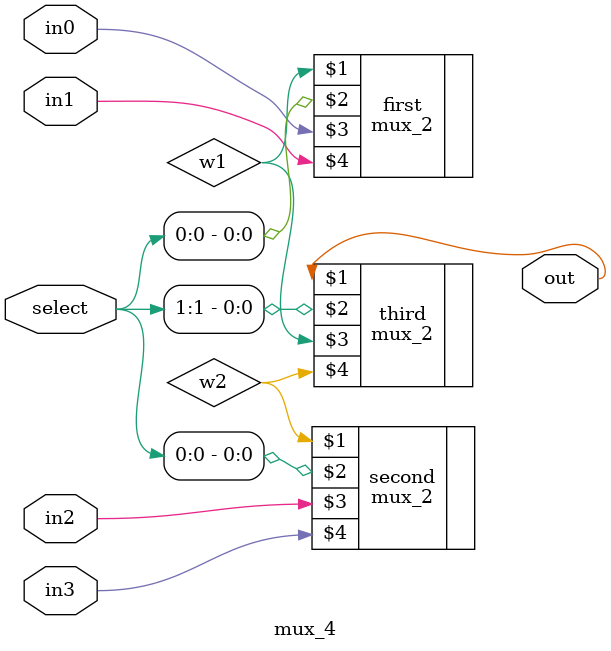
<source format=v>
`include "mux_2.v"
module mux_4(out, select, in0, in1, in2, in3);
    input[1:0] select; 
    input  in0, in1, in2, in3;
    output  out; 
    wire w1, w2;
    mux_2 first(w1, select[0], in0, in1);
    mux_2 second(w2, select[0], in2, in3);
    mux_2 third (out, select[1], w1, w2);
endmodule

</source>
